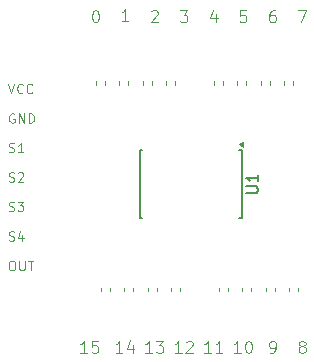
<source format=gbr>
%TF.GenerationSoftware,KiCad,Pcbnew,8.0.1*%
%TF.CreationDate,2024-07-31T22:53:36-04:00*%
%TF.ProjectId,Sensor_manager_V1_glove,53656e73-6f72-45f6-9d61-6e616765725f,rev?*%
%TF.SameCoordinates,Original*%
%TF.FileFunction,Legend,Top*%
%TF.FilePolarity,Positive*%
%FSLAX46Y46*%
G04 Gerber Fmt 4.6, Leading zero omitted, Abs format (unit mm)*
G04 Created by KiCad (PCBNEW 8.0.1) date 2024-07-31 22:53:36*
%MOMM*%
%LPD*%
G01*
G04 APERTURE LIST*
%ADD10C,0.100000*%
%ADD11C,0.150000*%
%ADD12C,0.120000*%
G04 APERTURE END LIST*
D10*
X76327693Y-68872419D02*
X75756265Y-68872419D01*
X76041979Y-68872419D02*
X76041979Y-67872419D01*
X76041979Y-67872419D02*
X75946741Y-68015276D01*
X75946741Y-68015276D02*
X75851503Y-68110514D01*
X75851503Y-68110514D02*
X75756265Y-68158133D01*
X77232455Y-67872419D02*
X76756265Y-67872419D01*
X76756265Y-67872419D02*
X76708646Y-68348609D01*
X76708646Y-68348609D02*
X76756265Y-68300990D01*
X76756265Y-68300990D02*
X76851503Y-68253371D01*
X76851503Y-68253371D02*
X77089598Y-68253371D01*
X77089598Y-68253371D02*
X77184836Y-68300990D01*
X77184836Y-68300990D02*
X77232455Y-68348609D01*
X77232455Y-68348609D02*
X77280074Y-68443847D01*
X77280074Y-68443847D02*
X77280074Y-68681942D01*
X77280074Y-68681942D02*
X77232455Y-68777180D01*
X77232455Y-68777180D02*
X77184836Y-68824800D01*
X77184836Y-68824800D02*
X77089598Y-68872419D01*
X77089598Y-68872419D02*
X76851503Y-68872419D01*
X76851503Y-68872419D02*
X76756265Y-68824800D01*
X76756265Y-68824800D02*
X76708646Y-68777180D01*
X79327693Y-68872419D02*
X78756265Y-68872419D01*
X79041979Y-68872419D02*
X79041979Y-67872419D01*
X79041979Y-67872419D02*
X78946741Y-68015276D01*
X78946741Y-68015276D02*
X78851503Y-68110514D01*
X78851503Y-68110514D02*
X78756265Y-68158133D01*
X80184836Y-68205752D02*
X80184836Y-68872419D01*
X79946741Y-67824800D02*
X79708646Y-68539085D01*
X79708646Y-68539085D02*
X80327693Y-68539085D01*
X81827693Y-68872419D02*
X81256265Y-68872419D01*
X81541979Y-68872419D02*
X81541979Y-67872419D01*
X81541979Y-67872419D02*
X81446741Y-68015276D01*
X81446741Y-68015276D02*
X81351503Y-68110514D01*
X81351503Y-68110514D02*
X81256265Y-68158133D01*
X82161027Y-67872419D02*
X82780074Y-67872419D01*
X82780074Y-67872419D02*
X82446741Y-68253371D01*
X82446741Y-68253371D02*
X82589598Y-68253371D01*
X82589598Y-68253371D02*
X82684836Y-68300990D01*
X82684836Y-68300990D02*
X82732455Y-68348609D01*
X82732455Y-68348609D02*
X82780074Y-68443847D01*
X82780074Y-68443847D02*
X82780074Y-68681942D01*
X82780074Y-68681942D02*
X82732455Y-68777180D01*
X82732455Y-68777180D02*
X82684836Y-68824800D01*
X82684836Y-68824800D02*
X82589598Y-68872419D01*
X82589598Y-68872419D02*
X82303884Y-68872419D01*
X82303884Y-68872419D02*
X82208646Y-68824800D01*
X82208646Y-68824800D02*
X82161027Y-68777180D01*
X84327693Y-68872419D02*
X83756265Y-68872419D01*
X84041979Y-68872419D02*
X84041979Y-67872419D01*
X84041979Y-67872419D02*
X83946741Y-68015276D01*
X83946741Y-68015276D02*
X83851503Y-68110514D01*
X83851503Y-68110514D02*
X83756265Y-68158133D01*
X84708646Y-67967657D02*
X84756265Y-67920038D01*
X84756265Y-67920038D02*
X84851503Y-67872419D01*
X84851503Y-67872419D02*
X85089598Y-67872419D01*
X85089598Y-67872419D02*
X85184836Y-67920038D01*
X85184836Y-67920038D02*
X85232455Y-67967657D01*
X85232455Y-67967657D02*
X85280074Y-68062895D01*
X85280074Y-68062895D02*
X85280074Y-68158133D01*
X85280074Y-68158133D02*
X85232455Y-68300990D01*
X85232455Y-68300990D02*
X84661027Y-68872419D01*
X84661027Y-68872419D02*
X85280074Y-68872419D01*
X86827693Y-68872419D02*
X86256265Y-68872419D01*
X86541979Y-68872419D02*
X86541979Y-67872419D01*
X86541979Y-67872419D02*
X86446741Y-68015276D01*
X86446741Y-68015276D02*
X86351503Y-68110514D01*
X86351503Y-68110514D02*
X86256265Y-68158133D01*
X87780074Y-68872419D02*
X87208646Y-68872419D01*
X87494360Y-68872419D02*
X87494360Y-67872419D01*
X87494360Y-67872419D02*
X87399122Y-68015276D01*
X87399122Y-68015276D02*
X87303884Y-68110514D01*
X87303884Y-68110514D02*
X87208646Y-68158133D01*
X89327693Y-68872419D02*
X88756265Y-68872419D01*
X89041979Y-68872419D02*
X89041979Y-67872419D01*
X89041979Y-67872419D02*
X88946741Y-68015276D01*
X88946741Y-68015276D02*
X88851503Y-68110514D01*
X88851503Y-68110514D02*
X88756265Y-68158133D01*
X89946741Y-67872419D02*
X90041979Y-67872419D01*
X90041979Y-67872419D02*
X90137217Y-67920038D01*
X90137217Y-67920038D02*
X90184836Y-67967657D01*
X90184836Y-67967657D02*
X90232455Y-68062895D01*
X90232455Y-68062895D02*
X90280074Y-68253371D01*
X90280074Y-68253371D02*
X90280074Y-68491466D01*
X90280074Y-68491466D02*
X90232455Y-68681942D01*
X90232455Y-68681942D02*
X90184836Y-68777180D01*
X90184836Y-68777180D02*
X90137217Y-68824800D01*
X90137217Y-68824800D02*
X90041979Y-68872419D01*
X90041979Y-68872419D02*
X89946741Y-68872419D01*
X89946741Y-68872419D02*
X89851503Y-68824800D01*
X89851503Y-68824800D02*
X89803884Y-68777180D01*
X89803884Y-68777180D02*
X89756265Y-68681942D01*
X89756265Y-68681942D02*
X89708646Y-68491466D01*
X89708646Y-68491466D02*
X89708646Y-68253371D01*
X89708646Y-68253371D02*
X89756265Y-68062895D01*
X89756265Y-68062895D02*
X89803884Y-67967657D01*
X89803884Y-67967657D02*
X89851503Y-67920038D01*
X89851503Y-67920038D02*
X89946741Y-67872419D01*
X91851503Y-68872419D02*
X92041979Y-68872419D01*
X92041979Y-68872419D02*
X92137217Y-68824800D01*
X92137217Y-68824800D02*
X92184836Y-68777180D01*
X92184836Y-68777180D02*
X92280074Y-68634323D01*
X92280074Y-68634323D02*
X92327693Y-68443847D01*
X92327693Y-68443847D02*
X92327693Y-68062895D01*
X92327693Y-68062895D02*
X92280074Y-67967657D01*
X92280074Y-67967657D02*
X92232455Y-67920038D01*
X92232455Y-67920038D02*
X92137217Y-67872419D01*
X92137217Y-67872419D02*
X91946741Y-67872419D01*
X91946741Y-67872419D02*
X91851503Y-67920038D01*
X91851503Y-67920038D02*
X91803884Y-67967657D01*
X91803884Y-67967657D02*
X91756265Y-68062895D01*
X91756265Y-68062895D02*
X91756265Y-68300990D01*
X91756265Y-68300990D02*
X91803884Y-68396228D01*
X91803884Y-68396228D02*
X91851503Y-68443847D01*
X91851503Y-68443847D02*
X91946741Y-68491466D01*
X91946741Y-68491466D02*
X92137217Y-68491466D01*
X92137217Y-68491466D02*
X92232455Y-68443847D01*
X92232455Y-68443847D02*
X92280074Y-68396228D01*
X92280074Y-68396228D02*
X92327693Y-68300990D01*
X94446741Y-68300990D02*
X94351503Y-68253371D01*
X94351503Y-68253371D02*
X94303884Y-68205752D01*
X94303884Y-68205752D02*
X94256265Y-68110514D01*
X94256265Y-68110514D02*
X94256265Y-68062895D01*
X94256265Y-68062895D02*
X94303884Y-67967657D01*
X94303884Y-67967657D02*
X94351503Y-67920038D01*
X94351503Y-67920038D02*
X94446741Y-67872419D01*
X94446741Y-67872419D02*
X94637217Y-67872419D01*
X94637217Y-67872419D02*
X94732455Y-67920038D01*
X94732455Y-67920038D02*
X94780074Y-67967657D01*
X94780074Y-67967657D02*
X94827693Y-68062895D01*
X94827693Y-68062895D02*
X94827693Y-68110514D01*
X94827693Y-68110514D02*
X94780074Y-68205752D01*
X94780074Y-68205752D02*
X94732455Y-68253371D01*
X94732455Y-68253371D02*
X94637217Y-68300990D01*
X94637217Y-68300990D02*
X94446741Y-68300990D01*
X94446741Y-68300990D02*
X94351503Y-68348609D01*
X94351503Y-68348609D02*
X94303884Y-68396228D01*
X94303884Y-68396228D02*
X94256265Y-68491466D01*
X94256265Y-68491466D02*
X94256265Y-68681942D01*
X94256265Y-68681942D02*
X94303884Y-68777180D01*
X94303884Y-68777180D02*
X94351503Y-68824800D01*
X94351503Y-68824800D02*
X94446741Y-68872419D01*
X94446741Y-68872419D02*
X94637217Y-68872419D01*
X94637217Y-68872419D02*
X94732455Y-68824800D01*
X94732455Y-68824800D02*
X94780074Y-68777180D01*
X94780074Y-68777180D02*
X94827693Y-68681942D01*
X94827693Y-68681942D02*
X94827693Y-68491466D01*
X94827693Y-68491466D02*
X94780074Y-68396228D01*
X94780074Y-68396228D02*
X94732455Y-68348609D01*
X94732455Y-68348609D02*
X94637217Y-68300990D01*
X94208646Y-39872419D02*
X94875312Y-39872419D01*
X94875312Y-39872419D02*
X94446741Y-40872419D01*
X92232455Y-39872419D02*
X92041979Y-39872419D01*
X92041979Y-39872419D02*
X91946741Y-39920038D01*
X91946741Y-39920038D02*
X91899122Y-39967657D01*
X91899122Y-39967657D02*
X91803884Y-40110514D01*
X91803884Y-40110514D02*
X91756265Y-40300990D01*
X91756265Y-40300990D02*
X91756265Y-40681942D01*
X91756265Y-40681942D02*
X91803884Y-40777180D01*
X91803884Y-40777180D02*
X91851503Y-40824800D01*
X91851503Y-40824800D02*
X91946741Y-40872419D01*
X91946741Y-40872419D02*
X92137217Y-40872419D01*
X92137217Y-40872419D02*
X92232455Y-40824800D01*
X92232455Y-40824800D02*
X92280074Y-40777180D01*
X92280074Y-40777180D02*
X92327693Y-40681942D01*
X92327693Y-40681942D02*
X92327693Y-40443847D01*
X92327693Y-40443847D02*
X92280074Y-40348609D01*
X92280074Y-40348609D02*
X92232455Y-40300990D01*
X92232455Y-40300990D02*
X92137217Y-40253371D01*
X92137217Y-40253371D02*
X91946741Y-40253371D01*
X91946741Y-40253371D02*
X91851503Y-40300990D01*
X91851503Y-40300990D02*
X91803884Y-40348609D01*
X91803884Y-40348609D02*
X91756265Y-40443847D01*
X89780074Y-39872419D02*
X89303884Y-39872419D01*
X89303884Y-39872419D02*
X89256265Y-40348609D01*
X89256265Y-40348609D02*
X89303884Y-40300990D01*
X89303884Y-40300990D02*
X89399122Y-40253371D01*
X89399122Y-40253371D02*
X89637217Y-40253371D01*
X89637217Y-40253371D02*
X89732455Y-40300990D01*
X89732455Y-40300990D02*
X89780074Y-40348609D01*
X89780074Y-40348609D02*
X89827693Y-40443847D01*
X89827693Y-40443847D02*
X89827693Y-40681942D01*
X89827693Y-40681942D02*
X89780074Y-40777180D01*
X89780074Y-40777180D02*
X89732455Y-40824800D01*
X89732455Y-40824800D02*
X89637217Y-40872419D01*
X89637217Y-40872419D02*
X89399122Y-40872419D01*
X89399122Y-40872419D02*
X89303884Y-40824800D01*
X89303884Y-40824800D02*
X89256265Y-40777180D01*
X87232455Y-40205752D02*
X87232455Y-40872419D01*
X86994360Y-39824800D02*
X86756265Y-40539085D01*
X86756265Y-40539085D02*
X87375312Y-40539085D01*
X84208646Y-39872419D02*
X84827693Y-39872419D01*
X84827693Y-39872419D02*
X84494360Y-40253371D01*
X84494360Y-40253371D02*
X84637217Y-40253371D01*
X84637217Y-40253371D02*
X84732455Y-40300990D01*
X84732455Y-40300990D02*
X84780074Y-40348609D01*
X84780074Y-40348609D02*
X84827693Y-40443847D01*
X84827693Y-40443847D02*
X84827693Y-40681942D01*
X84827693Y-40681942D02*
X84780074Y-40777180D01*
X84780074Y-40777180D02*
X84732455Y-40824800D01*
X84732455Y-40824800D02*
X84637217Y-40872419D01*
X84637217Y-40872419D02*
X84351503Y-40872419D01*
X84351503Y-40872419D02*
X84256265Y-40824800D01*
X84256265Y-40824800D02*
X84208646Y-40777180D01*
X81756265Y-39967657D02*
X81803884Y-39920038D01*
X81803884Y-39920038D02*
X81899122Y-39872419D01*
X81899122Y-39872419D02*
X82137217Y-39872419D01*
X82137217Y-39872419D02*
X82232455Y-39920038D01*
X82232455Y-39920038D02*
X82280074Y-39967657D01*
X82280074Y-39967657D02*
X82327693Y-40062895D01*
X82327693Y-40062895D02*
X82327693Y-40158133D01*
X82327693Y-40158133D02*
X82280074Y-40300990D01*
X82280074Y-40300990D02*
X81708646Y-40872419D01*
X81708646Y-40872419D02*
X82327693Y-40872419D01*
X79827693Y-40762475D02*
X79256265Y-40762475D01*
X79541979Y-40762475D02*
X79541979Y-39762475D01*
X79541979Y-39762475D02*
X79446741Y-39905332D01*
X79446741Y-39905332D02*
X79351503Y-40000570D01*
X79351503Y-40000570D02*
X79256265Y-40048189D01*
X76994360Y-39872419D02*
X77089598Y-39872419D01*
X77089598Y-39872419D02*
X77184836Y-39920038D01*
X77184836Y-39920038D02*
X77232455Y-39967657D01*
X77232455Y-39967657D02*
X77280074Y-40062895D01*
X77280074Y-40062895D02*
X77327693Y-40253371D01*
X77327693Y-40253371D02*
X77327693Y-40491466D01*
X77327693Y-40491466D02*
X77280074Y-40681942D01*
X77280074Y-40681942D02*
X77232455Y-40777180D01*
X77232455Y-40777180D02*
X77184836Y-40824800D01*
X77184836Y-40824800D02*
X77089598Y-40872419D01*
X77089598Y-40872419D02*
X76994360Y-40872419D01*
X76994360Y-40872419D02*
X76899122Y-40824800D01*
X76899122Y-40824800D02*
X76851503Y-40777180D01*
X76851503Y-40777180D02*
X76803884Y-40681942D01*
X76803884Y-40681942D02*
X76756265Y-40491466D01*
X76756265Y-40491466D02*
X76756265Y-40253371D01*
X76756265Y-40253371D02*
X76803884Y-40062895D01*
X76803884Y-40062895D02*
X76851503Y-39967657D01*
X76851503Y-39967657D02*
X76899122Y-39920038D01*
X76899122Y-39920038D02*
X76994360Y-39872419D01*
X69641979Y-46096895D02*
X69908646Y-46896895D01*
X69908646Y-46896895D02*
X70175312Y-46096895D01*
X70899122Y-46820704D02*
X70861026Y-46858800D01*
X70861026Y-46858800D02*
X70746741Y-46896895D01*
X70746741Y-46896895D02*
X70670550Y-46896895D01*
X70670550Y-46896895D02*
X70556264Y-46858800D01*
X70556264Y-46858800D02*
X70480074Y-46782609D01*
X70480074Y-46782609D02*
X70441979Y-46706419D01*
X70441979Y-46706419D02*
X70403883Y-46554038D01*
X70403883Y-46554038D02*
X70403883Y-46439752D01*
X70403883Y-46439752D02*
X70441979Y-46287371D01*
X70441979Y-46287371D02*
X70480074Y-46211180D01*
X70480074Y-46211180D02*
X70556264Y-46134990D01*
X70556264Y-46134990D02*
X70670550Y-46096895D01*
X70670550Y-46096895D02*
X70746741Y-46096895D01*
X70746741Y-46096895D02*
X70861026Y-46134990D01*
X70861026Y-46134990D02*
X70899122Y-46173085D01*
X71699122Y-46820704D02*
X71661026Y-46858800D01*
X71661026Y-46858800D02*
X71546741Y-46896895D01*
X71546741Y-46896895D02*
X71470550Y-46896895D01*
X71470550Y-46896895D02*
X71356264Y-46858800D01*
X71356264Y-46858800D02*
X71280074Y-46782609D01*
X71280074Y-46782609D02*
X71241979Y-46706419D01*
X71241979Y-46706419D02*
X71203883Y-46554038D01*
X71203883Y-46554038D02*
X71203883Y-46439752D01*
X71203883Y-46439752D02*
X71241979Y-46287371D01*
X71241979Y-46287371D02*
X71280074Y-46211180D01*
X71280074Y-46211180D02*
X71356264Y-46134990D01*
X71356264Y-46134990D02*
X71470550Y-46096895D01*
X71470550Y-46096895D02*
X71546741Y-46096895D01*
X71546741Y-46096895D02*
X71661026Y-46134990D01*
X71661026Y-46134990D02*
X71699122Y-46173085D01*
X70175312Y-48634990D02*
X70099122Y-48596895D01*
X70099122Y-48596895D02*
X69984836Y-48596895D01*
X69984836Y-48596895D02*
X69870550Y-48634990D01*
X69870550Y-48634990D02*
X69794360Y-48711180D01*
X69794360Y-48711180D02*
X69756265Y-48787371D01*
X69756265Y-48787371D02*
X69718169Y-48939752D01*
X69718169Y-48939752D02*
X69718169Y-49054038D01*
X69718169Y-49054038D02*
X69756265Y-49206419D01*
X69756265Y-49206419D02*
X69794360Y-49282609D01*
X69794360Y-49282609D02*
X69870550Y-49358800D01*
X69870550Y-49358800D02*
X69984836Y-49396895D01*
X69984836Y-49396895D02*
X70061027Y-49396895D01*
X70061027Y-49396895D02*
X70175312Y-49358800D01*
X70175312Y-49358800D02*
X70213408Y-49320704D01*
X70213408Y-49320704D02*
X70213408Y-49054038D01*
X70213408Y-49054038D02*
X70061027Y-49054038D01*
X70556265Y-49396895D02*
X70556265Y-48596895D01*
X70556265Y-48596895D02*
X71013408Y-49396895D01*
X71013408Y-49396895D02*
X71013408Y-48596895D01*
X71394360Y-49396895D02*
X71394360Y-48596895D01*
X71394360Y-48596895D02*
X71584836Y-48596895D01*
X71584836Y-48596895D02*
X71699122Y-48634990D01*
X71699122Y-48634990D02*
X71775312Y-48711180D01*
X71775312Y-48711180D02*
X71813407Y-48787371D01*
X71813407Y-48787371D02*
X71851503Y-48939752D01*
X71851503Y-48939752D02*
X71851503Y-49054038D01*
X71851503Y-49054038D02*
X71813407Y-49206419D01*
X71813407Y-49206419D02*
X71775312Y-49282609D01*
X71775312Y-49282609D02*
X71699122Y-49358800D01*
X71699122Y-49358800D02*
X71584836Y-49396895D01*
X71584836Y-49396895D02*
X71394360Y-49396895D01*
X69718169Y-51858800D02*
X69832455Y-51896895D01*
X69832455Y-51896895D02*
X70022931Y-51896895D01*
X70022931Y-51896895D02*
X70099122Y-51858800D01*
X70099122Y-51858800D02*
X70137217Y-51820704D01*
X70137217Y-51820704D02*
X70175312Y-51744514D01*
X70175312Y-51744514D02*
X70175312Y-51668323D01*
X70175312Y-51668323D02*
X70137217Y-51592133D01*
X70137217Y-51592133D02*
X70099122Y-51554038D01*
X70099122Y-51554038D02*
X70022931Y-51515942D01*
X70022931Y-51515942D02*
X69870550Y-51477847D01*
X69870550Y-51477847D02*
X69794360Y-51439752D01*
X69794360Y-51439752D02*
X69756265Y-51401657D01*
X69756265Y-51401657D02*
X69718169Y-51325466D01*
X69718169Y-51325466D02*
X69718169Y-51249276D01*
X69718169Y-51249276D02*
X69756265Y-51173085D01*
X69756265Y-51173085D02*
X69794360Y-51134990D01*
X69794360Y-51134990D02*
X69870550Y-51096895D01*
X69870550Y-51096895D02*
X70061027Y-51096895D01*
X70061027Y-51096895D02*
X70175312Y-51134990D01*
X70937217Y-51896895D02*
X70480074Y-51896895D01*
X70708646Y-51896895D02*
X70708646Y-51096895D01*
X70708646Y-51096895D02*
X70632455Y-51211180D01*
X70632455Y-51211180D02*
X70556265Y-51287371D01*
X70556265Y-51287371D02*
X70480074Y-51325466D01*
X69718169Y-54358800D02*
X69832455Y-54396895D01*
X69832455Y-54396895D02*
X70022931Y-54396895D01*
X70022931Y-54396895D02*
X70099122Y-54358800D01*
X70099122Y-54358800D02*
X70137217Y-54320704D01*
X70137217Y-54320704D02*
X70175312Y-54244514D01*
X70175312Y-54244514D02*
X70175312Y-54168323D01*
X70175312Y-54168323D02*
X70137217Y-54092133D01*
X70137217Y-54092133D02*
X70099122Y-54054038D01*
X70099122Y-54054038D02*
X70022931Y-54015942D01*
X70022931Y-54015942D02*
X69870550Y-53977847D01*
X69870550Y-53977847D02*
X69794360Y-53939752D01*
X69794360Y-53939752D02*
X69756265Y-53901657D01*
X69756265Y-53901657D02*
X69718169Y-53825466D01*
X69718169Y-53825466D02*
X69718169Y-53749276D01*
X69718169Y-53749276D02*
X69756265Y-53673085D01*
X69756265Y-53673085D02*
X69794360Y-53634990D01*
X69794360Y-53634990D02*
X69870550Y-53596895D01*
X69870550Y-53596895D02*
X70061027Y-53596895D01*
X70061027Y-53596895D02*
X70175312Y-53634990D01*
X70480074Y-53673085D02*
X70518170Y-53634990D01*
X70518170Y-53634990D02*
X70594360Y-53596895D01*
X70594360Y-53596895D02*
X70784836Y-53596895D01*
X70784836Y-53596895D02*
X70861027Y-53634990D01*
X70861027Y-53634990D02*
X70899122Y-53673085D01*
X70899122Y-53673085D02*
X70937217Y-53749276D01*
X70937217Y-53749276D02*
X70937217Y-53825466D01*
X70937217Y-53825466D02*
X70899122Y-53939752D01*
X70899122Y-53939752D02*
X70441979Y-54396895D01*
X70441979Y-54396895D02*
X70937217Y-54396895D01*
X69718169Y-56858800D02*
X69832455Y-56896895D01*
X69832455Y-56896895D02*
X70022931Y-56896895D01*
X70022931Y-56896895D02*
X70099122Y-56858800D01*
X70099122Y-56858800D02*
X70137217Y-56820704D01*
X70137217Y-56820704D02*
X70175312Y-56744514D01*
X70175312Y-56744514D02*
X70175312Y-56668323D01*
X70175312Y-56668323D02*
X70137217Y-56592133D01*
X70137217Y-56592133D02*
X70099122Y-56554038D01*
X70099122Y-56554038D02*
X70022931Y-56515942D01*
X70022931Y-56515942D02*
X69870550Y-56477847D01*
X69870550Y-56477847D02*
X69794360Y-56439752D01*
X69794360Y-56439752D02*
X69756265Y-56401657D01*
X69756265Y-56401657D02*
X69718169Y-56325466D01*
X69718169Y-56325466D02*
X69718169Y-56249276D01*
X69718169Y-56249276D02*
X69756265Y-56173085D01*
X69756265Y-56173085D02*
X69794360Y-56134990D01*
X69794360Y-56134990D02*
X69870550Y-56096895D01*
X69870550Y-56096895D02*
X70061027Y-56096895D01*
X70061027Y-56096895D02*
X70175312Y-56134990D01*
X70441979Y-56096895D02*
X70937217Y-56096895D01*
X70937217Y-56096895D02*
X70670551Y-56401657D01*
X70670551Y-56401657D02*
X70784836Y-56401657D01*
X70784836Y-56401657D02*
X70861027Y-56439752D01*
X70861027Y-56439752D02*
X70899122Y-56477847D01*
X70899122Y-56477847D02*
X70937217Y-56554038D01*
X70937217Y-56554038D02*
X70937217Y-56744514D01*
X70937217Y-56744514D02*
X70899122Y-56820704D01*
X70899122Y-56820704D02*
X70861027Y-56858800D01*
X70861027Y-56858800D02*
X70784836Y-56896895D01*
X70784836Y-56896895D02*
X70556265Y-56896895D01*
X70556265Y-56896895D02*
X70480074Y-56858800D01*
X70480074Y-56858800D02*
X70441979Y-56820704D01*
X69718169Y-59358800D02*
X69832455Y-59396895D01*
X69832455Y-59396895D02*
X70022931Y-59396895D01*
X70022931Y-59396895D02*
X70099122Y-59358800D01*
X70099122Y-59358800D02*
X70137217Y-59320704D01*
X70137217Y-59320704D02*
X70175312Y-59244514D01*
X70175312Y-59244514D02*
X70175312Y-59168323D01*
X70175312Y-59168323D02*
X70137217Y-59092133D01*
X70137217Y-59092133D02*
X70099122Y-59054038D01*
X70099122Y-59054038D02*
X70022931Y-59015942D01*
X70022931Y-59015942D02*
X69870550Y-58977847D01*
X69870550Y-58977847D02*
X69794360Y-58939752D01*
X69794360Y-58939752D02*
X69756265Y-58901657D01*
X69756265Y-58901657D02*
X69718169Y-58825466D01*
X69718169Y-58825466D02*
X69718169Y-58749276D01*
X69718169Y-58749276D02*
X69756265Y-58673085D01*
X69756265Y-58673085D02*
X69794360Y-58634990D01*
X69794360Y-58634990D02*
X69870550Y-58596895D01*
X69870550Y-58596895D02*
X70061027Y-58596895D01*
X70061027Y-58596895D02*
X70175312Y-58634990D01*
X70861027Y-58863561D02*
X70861027Y-59396895D01*
X70670551Y-58558800D02*
X70480074Y-59130228D01*
X70480074Y-59130228D02*
X70975313Y-59130228D01*
X69908646Y-61096895D02*
X70061027Y-61096895D01*
X70061027Y-61096895D02*
X70137217Y-61134990D01*
X70137217Y-61134990D02*
X70213408Y-61211180D01*
X70213408Y-61211180D02*
X70251503Y-61363561D01*
X70251503Y-61363561D02*
X70251503Y-61630228D01*
X70251503Y-61630228D02*
X70213408Y-61782609D01*
X70213408Y-61782609D02*
X70137217Y-61858800D01*
X70137217Y-61858800D02*
X70061027Y-61896895D01*
X70061027Y-61896895D02*
X69908646Y-61896895D01*
X69908646Y-61896895D02*
X69832455Y-61858800D01*
X69832455Y-61858800D02*
X69756265Y-61782609D01*
X69756265Y-61782609D02*
X69718169Y-61630228D01*
X69718169Y-61630228D02*
X69718169Y-61363561D01*
X69718169Y-61363561D02*
X69756265Y-61211180D01*
X69756265Y-61211180D02*
X69832455Y-61134990D01*
X69832455Y-61134990D02*
X69908646Y-61096895D01*
X70594360Y-61096895D02*
X70594360Y-61744514D01*
X70594360Y-61744514D02*
X70632455Y-61820704D01*
X70632455Y-61820704D02*
X70670550Y-61858800D01*
X70670550Y-61858800D02*
X70746741Y-61896895D01*
X70746741Y-61896895D02*
X70899122Y-61896895D01*
X70899122Y-61896895D02*
X70975312Y-61858800D01*
X70975312Y-61858800D02*
X71013407Y-61820704D01*
X71013407Y-61820704D02*
X71051503Y-61744514D01*
X71051503Y-61744514D02*
X71051503Y-61096895D01*
X71318169Y-61096895D02*
X71775312Y-61096895D01*
X71546740Y-61896895D02*
X71546740Y-61096895D01*
D11*
X89799819Y-55361904D02*
X90609342Y-55361904D01*
X90609342Y-55361904D02*
X90704580Y-55314285D01*
X90704580Y-55314285D02*
X90752200Y-55266666D01*
X90752200Y-55266666D02*
X90799819Y-55171428D01*
X90799819Y-55171428D02*
X90799819Y-54980952D01*
X90799819Y-54980952D02*
X90752200Y-54885714D01*
X90752200Y-54885714D02*
X90704580Y-54838095D01*
X90704580Y-54838095D02*
X90609342Y-54790476D01*
X90609342Y-54790476D02*
X89799819Y-54790476D01*
X90799819Y-53790476D02*
X90799819Y-54361904D01*
X90799819Y-54076190D02*
X89799819Y-54076190D01*
X89799819Y-54076190D02*
X89942676Y-54171428D01*
X89942676Y-54171428D02*
X90037914Y-54266666D01*
X90037914Y-54266666D02*
X90085533Y-54361904D01*
%TO.C,U1*%
X89420000Y-51725000D02*
X89195000Y-51725000D01*
X89420000Y-51725000D02*
X89420000Y-57475000D01*
X80770000Y-51725000D02*
X80995000Y-51725000D01*
X80770000Y-51725000D02*
X80770000Y-57475000D01*
X89420000Y-57475000D02*
X89195000Y-57475000D01*
X80770000Y-57475000D02*
X80995000Y-57475000D01*
D12*
X89500000Y-51465000D02*
X89170000Y-51225000D01*
X89500000Y-50985000D01*
X89500000Y-51465000D01*
G36*
X89500000Y-51465000D02*
G01*
X89170000Y-51225000D01*
X89500000Y-50985000D01*
X89500000Y-51465000D01*
G37*
%TO.C,R16*%
X77470000Y-63346359D02*
X77470000Y-63653641D01*
X78230000Y-63346359D02*
X78230000Y-63653641D01*
%TO.C,R15*%
X79460000Y-63346359D02*
X79460000Y-63653641D01*
X80220000Y-63346359D02*
X80220000Y-63653641D01*
%TO.C,R14*%
X81450000Y-63346359D02*
X81450000Y-63653641D01*
X82210000Y-63346359D02*
X82210000Y-63653641D01*
%TO.C,R13*%
X83440000Y-63346359D02*
X83440000Y-63653641D01*
X84200000Y-63346359D02*
X84200000Y-63653641D01*
%TO.C,R12*%
X87480000Y-63356359D02*
X87480000Y-63663641D01*
X88240000Y-63356359D02*
X88240000Y-63663641D01*
%TO.C,R11*%
X89470000Y-63356359D02*
X89470000Y-63663641D01*
X90230000Y-63356359D02*
X90230000Y-63663641D01*
%TO.C,R10*%
X91460000Y-63356359D02*
X91460000Y-63663641D01*
X92220000Y-63356359D02*
X92220000Y-63663641D01*
%TO.C,R9*%
X93450000Y-63356359D02*
X93450000Y-63663641D01*
X94210000Y-63356359D02*
X94210000Y-63663641D01*
%TO.C,R8*%
X93010000Y-46163641D02*
X93010000Y-45856359D01*
X93770000Y-46163641D02*
X93770000Y-45856359D01*
%TO.C,R7*%
X91020000Y-46163641D02*
X91020000Y-45856359D01*
X91780000Y-46163641D02*
X91780000Y-45856359D01*
%TO.C,R6*%
X89030000Y-46163641D02*
X89030000Y-45856359D01*
X89790000Y-46163641D02*
X89790000Y-45856359D01*
%TO.C,R5*%
X87040000Y-46163641D02*
X87040000Y-45856359D01*
X87800000Y-46163641D02*
X87800000Y-45856359D01*
%TO.C,R4*%
X83780000Y-46163641D02*
X83780000Y-45856359D01*
X83020000Y-46163641D02*
X83020000Y-45856359D01*
%TO.C,R3*%
X81790000Y-46163641D02*
X81790000Y-45856359D01*
X81030000Y-46163641D02*
X81030000Y-45856359D01*
%TO.C,R2*%
X79800000Y-46163641D02*
X79800000Y-45856359D01*
X79040000Y-46163641D02*
X79040000Y-45856359D01*
%TO.C,R1*%
X77810000Y-46163641D02*
X77810000Y-45856359D01*
X77050000Y-46163641D02*
X77050000Y-45856359D01*
%TD*%
M02*

</source>
